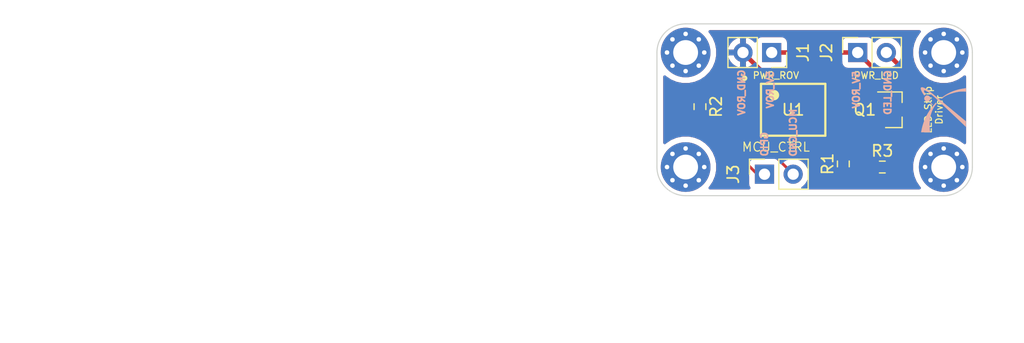
<source format=kicad_pcb>
(kicad_pcb (version 20171130) (host pcbnew "(5.1.12)-1")

  (general
    (thickness 1.6002)
    (drawings 20)
    (tracks 21)
    (zones 0)
    (modules 13)
    (nets 9)
  )

  (page A4)
  (title_block
    (title "LED strip driver PCB")
    (date 2021-11-28)
    (rev 1)
    (comment 2 "Vincent Nguyen")
  )

  (layers
    (0 Front signal)
    (31 Back signal)
    (34 B.Paste user)
    (35 F.Paste user)
    (36 B.SilkS user)
    (37 F.SilkS user)
    (38 B.Mask user)
    (39 F.Mask user)
    (44 Edge.Cuts user)
    (45 Margin user)
    (46 B.CrtYd user)
    (47 F.CrtYd user)
    (49 F.Fab user)
  )

  (setup
    (last_trace_width 0.25)
    (user_trace_width 0.1)
    (user_trace_width 0.2)
    (user_trace_width 0.4)
    (user_trace_width 0.5)
    (trace_clearance 0.25)
    (zone_clearance 0.508)
    (zone_45_only no)
    (trace_min 0.1)
    (via_size 0.8)
    (via_drill 0.4)
    (via_min_size 0.45)
    (via_min_drill 0.2)
    (user_via 0.45 0.2)
    (user_via 0.8 0.4)
    (uvia_size 0.8)
    (uvia_drill 0.4)
    (uvias_allowed no)
    (uvia_min_size 0)
    (uvia_min_drill 0)
    (edge_width 0.1)
    (segment_width 0.1)
    (pcb_text_width 0.3)
    (pcb_text_size 1.5 1.5)
    (mod_edge_width 0.1)
    (mod_text_size 0.8 0.8)
    (mod_text_width 0.1)
    (pad_size 1.524 1.524)
    (pad_drill 0.762)
    (pad_to_mask_clearance 0)
    (solder_mask_min_width 0.1)
    (aux_axis_origin 0 0)
    (visible_elements 7FFFFFFF)
    (pcbplotparams
      (layerselection 0x010fc_ffffffff)
      (usegerberextensions false)
      (usegerberattributes false)
      (usegerberadvancedattributes false)
      (creategerberjobfile false)
      (excludeedgelayer true)
      (linewidth 0.152400)
      (plotframeref false)
      (viasonmask false)
      (mode 1)
      (useauxorigin false)
      (hpglpennumber 1)
      (hpglpenspeed 20)
      (hpglpendiameter 15.000000)
      (psnegative false)
      (psa4output false)
      (plotreference true)
      (plotvalue false)
      (plotinvisibletext false)
      (padsonsilk false)
      (subtractmaskfromsilk true)
      (outputformat 1)
      (mirror false)
      (drillshape 0)
      (scaleselection 1)
      (outputdirectory "./gerbers_for_aisler"))
  )

  (net 0 "")
  (net 1 /GND_ROVER)
  (net 2 /5V_ROVER)
  (net 3 /GND_LED)
  (net 4 /GPIO)
  (net 5 /MCU_GND)
  (net 6 "Net-(Q1-Pad1)")
  (net 7 "Net-(R2-Pad1)")
  (net 8 "Net-(R3-Pad1)")

  (net_class Default "This is the default net class."
    (clearance 0.25)
    (trace_width 0.25)
    (via_dia 0.8)
    (via_drill 0.4)
    (uvia_dia 0.8)
    (uvia_drill 0.4)
    (diff_pair_width 0.25)
    (diff_pair_gap 0.25)
    (add_net /5V_ROVER)
    (add_net /GND_LED)
    (add_net /GND_ROVER)
    (add_net /GPIO)
    (add_net /MCU_GND)
    (add_net "Net-(Q1-Pad1)")
    (add_net "Net-(R2-Pad1)")
    (add_net "Net-(R3-Pad1)")
  )

  (net_class Min ""
    (clearance 0.1)
    (trace_width 0.1)
    (via_dia 0.45)
    (via_drill 0.2)
    (uvia_dia 0.45)
    (uvia_drill 0.2)
    (diff_pair_width 0.12)
    (diff_pair_gap 0.12)
  )

  (module graphics:xplore_logo_4mm locked (layer Back) (tedit 0) (tstamp 61A280B4)
    (at 180.848 86.36 180)
    (fp_text reference " " (at 0 0) (layer B.SilkS) hide
      (effects (font (size 1.524 1.524) (thickness 0.3)) (justify mirror))
    )
    (fp_text value " " (at 0.75 0) (layer B.SilkS) hide
      (effects (font (size 1.524 1.524) (thickness 0.3)) (justify mirror))
    )
    (fp_poly (pts (xy -1.975679 0.628213) (xy -1.955187 0.609038) (xy -1.926447 0.579255) (xy -1.891 0.540646)
      (xy -1.850388 0.49499) (xy -1.806153 0.444069) (xy -1.759837 0.389663) (xy -1.712982 0.333551)
      (xy -1.66713 0.277516) (xy -1.623822 0.223338) (xy -1.5846 0.172796) (xy -1.573968 0.15875)
      (xy -1.409938 -0.07278) (xy -1.262329 -0.309661) (xy -1.130185 -0.553713) (xy -1.012555 -0.806757)
      (xy -0.908483 -1.070612) (xy -0.865977 -1.192893) (xy -0.79292 -1.430508) (xy -0.732401 -1.667451)
      (xy -0.685481 -1.89945) (xy -0.675843 -1.95716) (xy -0.669691 -1.995714) (xy -1.471591 -1.995714)
      (xy -1.466103 -1.966232) (xy -1.442482 -1.812472) (xy -1.426036 -1.646368) (xy -1.416785 -1.472244)
      (xy -1.41475 -1.294429) (xy -1.419951 -1.11725) (xy -1.432406 -0.945032) (xy -1.452136 -0.782103)
      (xy -1.460436 -0.73) (xy -1.503849 -0.518508) (xy -1.560541 -0.315615) (xy -1.630049 -0.122376)
      (xy -1.711908 0.060156) (xy -1.805653 0.230928) (xy -1.910822 0.388887) (xy -2.006865 0.509987)
      (xy -2.051451 0.561866) (xy -2.022065 0.598433) (xy -2.004284 0.619167) (xy -1.990773 0.632419)
      (xy -1.986381 0.635) (xy -1.975679 0.628213)) (layer B.SilkS) (width 0.01))
    (fp_poly (pts (xy -0.704226 1.990563) (xy -0.671955 1.979377) (xy -0.660863 1.97118) (xy -0.642659 1.940393)
      (xy -0.636417 1.897348) (xy -0.641756 1.843086) (xy -0.658297 1.778648) (xy -0.68566 1.705073)
      (xy -0.723464 1.623404) (xy -0.771329 1.534679) (xy -0.828876 1.439941) (xy -0.886332 1.353709)
      (xy -0.944597 1.269596) (xy -0.988984 1.303816) (xy -1.012417 1.323348) (xy -1.028649 1.339675)
      (xy -1.033757 1.34805) (xy -1.030268 1.36001) (xy -1.020542 1.38441) (xy -1.006199 1.417337)
      (xy -0.993846 1.444298) (xy -0.960867 1.517985) (xy -0.937441 1.578011) (xy -0.923232 1.625927)
      (xy -0.917905 1.663282) (xy -0.921125 1.691628) (xy -0.932556 1.712514) (xy -0.935208 1.71535)
      (xy -0.953052 1.728117) (xy -0.974823 1.730238) (xy -0.987368 1.728472) (xy -1.035184 1.714557)
      (xy -1.094548 1.687998) (xy -1.164611 1.649397) (xy -1.244524 1.599357) (xy -1.33344 1.538479)
      (xy -1.430508 1.467366) (xy -1.53488 1.38662) (xy -1.645706 1.296844) (xy -1.762139 1.19864)
      (xy -1.882322 1.093506) (xy -1.900719 1.076737) (xy -1.93145 1.04823) (xy -1.973706 1.008752)
      (xy -2.026677 0.95907) (xy -2.089554 0.899952) (xy -2.161526 0.832165) (xy -2.241785 0.756478)
      (xy -2.329521 0.673657) (xy -2.423924 0.584471) (xy -2.524185 0.489686) (xy -2.629494 0.390071)
      (xy -2.739042 0.286392) (xy -2.852019 0.179419) (xy -2.967616 0.069917) (xy -3.085023 -0.041345)
      (xy -3.20343 -0.1536) (xy -3.322029 -0.26608) (xy -3.440009 -0.378018) (xy -3.556561 -0.488645)
      (xy -3.670875 -0.597196) (xy -3.782142 -0.702901) (xy -3.889553 -0.804993) (xy -3.992297 -0.902706)
      (xy -4.089566 -0.995271) (xy -4.180549 -1.08192) (xy -4.264438 -1.161887) (xy -4.340422 -1.234403)
      (xy -4.407692 -1.298701) (xy -4.465439 -1.354013) (xy -4.512853 -1.399573) (xy -4.549124 -1.434612)
      (xy -4.565197 -1.450261) (xy -4.6355 -1.519038) (xy -4.635055 -1.269787) (xy -4.63461 -1.020535)
      (xy -4.505788 -0.915589) (xy -4.405151 -0.833454) (xy -4.297504 -0.7453) (xy -4.1822 -0.650591)
      (xy -4.058588 -0.54879) (xy -3.92602 -0.439361) (xy -3.783848 -0.321766) (xy -3.631423 -0.195469)
      (xy -3.468097 -0.059932) (xy -3.29322 0.08538) (xy -3.106144 0.241005) (xy -2.906221 0.40748)
      (xy -2.784929 0.508546) (xy -2.66935 0.604836) (xy -2.555405 0.699693) (xy -2.444112 0.792273)
      (xy -2.336488 0.881733) (xy -2.233548 0.967231) (xy -2.136311 1.047922) (xy -2.045793 1.122965)
      (xy -1.963011 1.191517) (xy -1.888982 1.252734) (xy -1.824721 1.305773) (xy -1.771248 1.349791)
      (xy -1.729577 1.383947) (xy -1.700727 1.407395) (xy -1.698786 1.408958) (xy -1.549881 1.526892)
      (xy -1.413055 1.631443) (xy -1.28821 1.722676) (xy -1.175247 1.800655) (xy -1.074068 1.865446)
      (xy -0.984576 1.917115) (xy -0.906672 1.955727) (xy -0.840257 1.981348) (xy -0.83991 1.981457)
      (xy -0.793018 1.99188) (xy -0.746186 1.994823) (xy -0.704226 1.990563)) (layer B.SilkS) (width 0.01))
    (fp_poly (pts (xy -1.492644 0.650991) (xy -1.48484 0.647174) (xy -1.46768 0.636777) (xy -1.460501 0.629635)
      (xy -1.460501 0.629617) (xy -1.466091 0.620657) (xy -1.481221 0.601126) (xy -1.503424 0.573901)
      (xy -1.530237 0.541862) (xy -1.559194 0.507887) (xy -1.587831 0.474855) (xy -1.613683 0.445644)
      (xy -1.634285 0.423133) (xy -1.647174 0.410202) (xy -1.650064 0.408215) (xy -1.66093 0.414259)
      (xy -1.673349 0.425993) (xy -1.678983 0.433277) (xy -1.680792 0.441066) (xy -1.677376 0.451739)
      (xy -1.667336 0.467672) (xy -1.649275 0.491244) (xy -1.621792 0.524832) (xy -1.599309 0.551849)
      (xy -1.565118 0.59271) (xy -1.540378 0.621433) (xy -1.522924 0.639822) (xy -1.510592 0.649676)
      (xy -1.50122 0.652799) (xy -1.492644 0.650991)) (layer B.SilkS) (width 0.01))
    (fp_poly (pts (xy -1.170586 1.262423) (xy -1.135926 1.255883) (xy -1.10515 1.2438) (xy -1.047203 1.206795)
      (xy -1.002064 1.159616) (xy -0.970204 1.104899) (xy -0.95209 1.045281) (xy -0.948192 0.983398)
      (xy -0.958978 0.921887) (xy -0.984918 0.863386) (xy -1.02648 0.81053) (xy -1.027867 0.809163)
      (xy -1.078777 0.770151) (xy -1.137183 0.74342) (xy -1.198588 0.730331) (xy -1.258494 0.732246)
      (xy -1.272409 0.735153) (xy -1.336574 0.759323) (xy -1.390088 0.795799) (xy -1.432224 0.842096)
      (xy -1.462251 0.89573) (xy -1.479443 0.954218) (xy -1.48307 1.015075) (xy -1.472404 1.075817)
      (xy -1.446716 1.133959) (xy -1.405277 1.187017) (xy -1.405005 1.18729) (xy -1.355822 1.227734)
      (xy -1.303083 1.252508) (xy -1.242358 1.263412) (xy -1.215572 1.264293) (xy -1.170586 1.262423)) (layer B.SilkS) (width 0.01))
    (fp_poly (pts (xy -4.606018 1.910096) (xy -4.585169 1.906919) (xy -4.551338 1.901999) (xy -4.509517 1.896053)
      (xy -4.472215 1.89084) (xy -4.205799 1.846969) (xy -3.95158 1.790629) (xy -3.708016 1.721198)
      (xy -3.473563 1.638054) (xy -3.246677 1.540577) (xy -3.025817 1.428143) (xy -2.809438 1.300132)
      (xy -2.595998 1.155923) (xy -2.532176 1.109309) (xy -2.429101 1.032732) (xy -2.454498 1.006223)
      (xy -2.470463 0.989794) (xy -2.479648 0.980795) (xy -2.480466 0.980187) (xy -2.487308 0.985642)
      (xy -2.505242 0.999923) (xy -2.531165 1.02056) (xy -2.549072 1.034815) (xy -2.658701 1.116813)
      (xy -2.771875 1.190561) (xy -2.891574 1.257616) (xy -3.02078 1.319536) (xy -3.162474 1.377878)
      (xy -3.302 1.428226) (xy -3.531586 1.499799) (xy -3.754376 1.555702) (xy -3.969713 1.595781)
      (xy -4.077552 1.610206) (xy -4.129876 1.614915) (xy -4.193528 1.618578) (xy -4.264351 1.621152)
      (xy -4.338191 1.62259) (xy -4.410889 1.622846) (xy -4.478289 1.621876) (xy -4.536236 1.619634)
      (xy -4.580572 1.616074) (xy -4.58334 1.615739) (xy -4.6355 1.609223) (xy -4.6355 1.914894)
      (xy -4.606018 1.910096)) (layer B.SilkS) (width 0.01))
  )

  (module MountingHole:MountingHole_2.2mm_M2_Pad_Via (layer Front) (tedit 56DDB9C7) (tstamp 61AEB217)
    (at 160.655 81.28)
    (descr "Mounting Hole 2.2mm, M2")
    (tags "mounting hole 2.2mm m2")
    (path /61AF3D0D)
    (attr virtual)
    (fp_text reference H1 (at 0 0) (layer F.SilkS) hide
      (effects (font (size 1 1) (thickness 0.15)))
    )
    (fp_text value " " (at 0 3.2) (layer F.Fab) hide
      (effects (font (size 1 1) (thickness 0.15)))
    )
    (fp_circle (center 0 0) (end 2.45 0) (layer F.CrtYd) (width 0.05))
    (fp_circle (center 0 0) (end 2.2 0) (layer Cmts.User) (width 0.15))
    (fp_text user %R (at 0.3 0) (layer F.Fab)
      (effects (font (size 1 1) (thickness 0.15)))
    )
    (pad 1 thru_hole circle (at 0 0) (size 4.4 4.4) (drill 2.2) (layers *.Cu *.Mask))
    (pad 1 thru_hole circle (at 1.65 0) (size 0.7 0.7) (drill 0.4) (layers *.Cu *.Mask))
    (pad 1 thru_hole circle (at 1.166726 1.166726) (size 0.7 0.7) (drill 0.4) (layers *.Cu *.Mask))
    (pad 1 thru_hole circle (at 0 1.65) (size 0.7 0.7) (drill 0.4) (layers *.Cu *.Mask))
    (pad 1 thru_hole circle (at -1.166726 1.166726) (size 0.7 0.7) (drill 0.4) (layers *.Cu *.Mask))
    (pad 1 thru_hole circle (at -1.65 0) (size 0.7 0.7) (drill 0.4) (layers *.Cu *.Mask))
    (pad 1 thru_hole circle (at -1.166726 -1.166726) (size 0.7 0.7) (drill 0.4) (layers *.Cu *.Mask))
    (pad 1 thru_hole circle (at 0 -1.65) (size 0.7 0.7) (drill 0.4) (layers *.Cu *.Mask))
    (pad 1 thru_hole circle (at 1.166726 -1.166726) (size 0.7 0.7) (drill 0.4) (layers *.Cu *.Mask))
  )

  (module MountingHole:MountingHole_2.2mm_M2_Pad_Via (layer Front) (tedit 56DDB9C7) (tstamp 61AEB227)
    (at 160.655 91.44)
    (descr "Mounting Hole 2.2mm, M2")
    (tags "mounting hole 2.2mm m2")
    (path /61AF4647)
    (attr virtual)
    (fp_text reference H2 (at 0 0) (layer F.SilkS) hide
      (effects (font (size 1 1) (thickness 0.15)))
    )
    (fp_text value " " (at 0 3.2) (layer F.Fab) hide
      (effects (font (size 1 1) (thickness 0.15)))
    )
    (fp_circle (center 0 0) (end 2.2 0) (layer Cmts.User) (width 0.15))
    (fp_circle (center 0 0) (end 2.45 0) (layer F.CrtYd) (width 0.05))
    (fp_text user %R (at 0.3 0) (layer F.Fab)
      (effects (font (size 1 1) (thickness 0.15)))
    )
    (pad 1 thru_hole circle (at 1.166726 -1.166726) (size 0.7 0.7) (drill 0.4) (layers *.Cu *.Mask))
    (pad 1 thru_hole circle (at 0 -1.65) (size 0.7 0.7) (drill 0.4) (layers *.Cu *.Mask))
    (pad 1 thru_hole circle (at -1.166726 -1.166726) (size 0.7 0.7) (drill 0.4) (layers *.Cu *.Mask))
    (pad 1 thru_hole circle (at -1.65 0) (size 0.7 0.7) (drill 0.4) (layers *.Cu *.Mask))
    (pad 1 thru_hole circle (at -1.166726 1.166726) (size 0.7 0.7) (drill 0.4) (layers *.Cu *.Mask))
    (pad 1 thru_hole circle (at 0 1.65) (size 0.7 0.7) (drill 0.4) (layers *.Cu *.Mask))
    (pad 1 thru_hole circle (at 1.166726 1.166726) (size 0.7 0.7) (drill 0.4) (layers *.Cu *.Mask))
    (pad 1 thru_hole circle (at 1.65 0) (size 0.7 0.7) (drill 0.4) (layers *.Cu *.Mask))
    (pad 1 thru_hole circle (at 0 0) (size 4.4 4.4) (drill 2.2) (layers *.Cu *.Mask))
  )

  (module MountingHole:MountingHole_2.2mm_M2_Pad_Via (layer Front) (tedit 56DDB9C7) (tstamp 61AECB6A)
    (at 183.515 81.28)
    (descr "Mounting Hole 2.2mm, M2")
    (tags "mounting hole 2.2mm m2")
    (path /61AF4C07)
    (attr virtual)
    (fp_text reference H3 (at 0 0) (layer F.SilkS) hide
      (effects (font (size 1 1) (thickness 0.15)))
    )
    (fp_text value " " (at 0 3.2) (layer F.Fab) hide
      (effects (font (size 1 1) (thickness 0.15)))
    )
    (fp_circle (center 0 0) (end 2.45 0) (layer F.CrtYd) (width 0.05))
    (fp_circle (center 0 0) (end 2.2 0) (layer Cmts.User) (width 0.15))
    (fp_text user %R (at 0.3 0) (layer F.Fab)
      (effects (font (size 1 1) (thickness 0.15)))
    )
    (pad 1 thru_hole circle (at 0 0) (size 4.4 4.4) (drill 2.2) (layers *.Cu *.Mask))
    (pad 1 thru_hole circle (at 1.65 0) (size 0.7 0.7) (drill 0.4) (layers *.Cu *.Mask))
    (pad 1 thru_hole circle (at 1.166726 1.166726) (size 0.7 0.7) (drill 0.4) (layers *.Cu *.Mask))
    (pad 1 thru_hole circle (at 0 1.65) (size 0.7 0.7) (drill 0.4) (layers *.Cu *.Mask))
    (pad 1 thru_hole circle (at -1.166726 1.166726) (size 0.7 0.7) (drill 0.4) (layers *.Cu *.Mask))
    (pad 1 thru_hole circle (at -1.65 0) (size 0.7 0.7) (drill 0.4) (layers *.Cu *.Mask))
    (pad 1 thru_hole circle (at -1.166726 -1.166726) (size 0.7 0.7) (drill 0.4) (layers *.Cu *.Mask))
    (pad 1 thru_hole circle (at 0 -1.65) (size 0.7 0.7) (drill 0.4) (layers *.Cu *.Mask))
    (pad 1 thru_hole circle (at 1.166726 -1.166726) (size 0.7 0.7) (drill 0.4) (layers *.Cu *.Mask))
  )

  (module MountingHole:MountingHole_2.2mm_M2_Pad_Via (layer Front) (tedit 56DDB9C7) (tstamp 61AECB3D)
    (at 183.515 91.44)
    (descr "Mounting Hole 2.2mm, M2")
    (tags "mounting hole 2.2mm m2")
    (path /61AF5190)
    (attr virtual)
    (fp_text reference H4 (at 0 0) (layer F.SilkS) hide
      (effects (font (size 1 1) (thickness 0.15)))
    )
    (fp_text value " " (at 0 3.2) (layer F.Fab) hide
      (effects (font (size 1 1) (thickness 0.15)))
    )
    (fp_circle (center 0 0) (end 2.2 0) (layer Cmts.User) (width 0.15))
    (fp_circle (center 0 0) (end 2.45 0) (layer F.CrtYd) (width 0.05))
    (fp_text user %R (at 0.3 0) (layer F.Fab)
      (effects (font (size 1 1) (thickness 0.15)))
    )
    (pad 1 thru_hole circle (at 1.166726 -1.166726) (size 0.7 0.7) (drill 0.4) (layers *.Cu *.Mask))
    (pad 1 thru_hole circle (at 0 -1.65) (size 0.7 0.7) (drill 0.4) (layers *.Cu *.Mask))
    (pad 1 thru_hole circle (at -1.166726 -1.166726) (size 0.7 0.7) (drill 0.4) (layers *.Cu *.Mask))
    (pad 1 thru_hole circle (at -1.65 0) (size 0.7 0.7) (drill 0.4) (layers *.Cu *.Mask))
    (pad 1 thru_hole circle (at -1.166726 1.166726) (size 0.7 0.7) (drill 0.4) (layers *.Cu *.Mask))
    (pad 1 thru_hole circle (at 0 1.65) (size 0.7 0.7) (drill 0.4) (layers *.Cu *.Mask))
    (pad 1 thru_hole circle (at 1.166726 1.166726) (size 0.7 0.7) (drill 0.4) (layers *.Cu *.Mask))
    (pad 1 thru_hole circle (at 1.65 0) (size 0.7 0.7) (drill 0.4) (layers *.Cu *.Mask))
    (pad 1 thru_hole circle (at 0 0) (size 4.4 4.4) (drill 2.2) (layers *.Cu *.Mask))
  )

  (module Connector_PinSocket_2.54mm:PinSocket_1x02_P2.54mm_Vertical (layer Front) (tedit 5A19A420) (tstamp 61AED60E)
    (at 168.275 81.28 270)
    (descr "Through hole straight socket strip, 1x02, 2.54mm pitch, single row (from Kicad 4.0.7), script generated")
    (tags "Through hole socket strip THT 1x02 2.54mm single row")
    (path /61AE7EE3)
    (fp_text reference J1 (at 0 -2.77 90) (layer F.SilkS)
      (effects (font (size 1 1) (thickness 0.15)))
    )
    (fp_text value 1x2_2.54mm_PTH_PWR (at -3.81 6.35 180) (layer F.Fab)
      (effects (font (size 1 1) (thickness 0.15)))
    )
    (fp_line (start -1.27 -1.27) (end 0.635 -1.27) (layer F.Fab) (width 0.1))
    (fp_line (start 0.635 -1.27) (end 1.27 -0.635) (layer F.Fab) (width 0.1))
    (fp_line (start 1.27 -0.635) (end 1.27 3.81) (layer F.Fab) (width 0.1))
    (fp_line (start 1.27 3.81) (end -1.27 3.81) (layer F.Fab) (width 0.1))
    (fp_line (start -1.27 3.81) (end -1.27 -1.27) (layer F.Fab) (width 0.1))
    (fp_line (start -1.33 1.27) (end 1.33 1.27) (layer F.SilkS) (width 0.12))
    (fp_line (start -1.33 1.27) (end -1.33 3.87) (layer F.SilkS) (width 0.12))
    (fp_line (start -1.33 3.87) (end 1.33 3.87) (layer F.SilkS) (width 0.12))
    (fp_line (start 1.33 1.27) (end 1.33 3.87) (layer F.SilkS) (width 0.12))
    (fp_line (start 1.33 -1.33) (end 1.33 0) (layer F.SilkS) (width 0.12))
    (fp_line (start 0 -1.33) (end 1.33 -1.33) (layer F.SilkS) (width 0.12))
    (fp_line (start -1.8 -1.8) (end 1.75 -1.8) (layer F.CrtYd) (width 0.05))
    (fp_line (start 1.75 -1.8) (end 1.75 4.3) (layer F.CrtYd) (width 0.05))
    (fp_line (start 1.75 4.3) (end -1.8 4.3) (layer F.CrtYd) (width 0.05))
    (fp_line (start -1.8 4.3) (end -1.8 -1.8) (layer F.CrtYd) (width 0.05))
    (fp_text user %R (at 0 1.27) (layer F.Fab)
      (effects (font (size 1 1) (thickness 0.15)))
    )
    (pad 2 thru_hole oval (at 0 2.54 270) (size 1.7 1.7) (drill 1) (layers *.Cu *.Mask)
      (net 1 /GND_ROVER))
    (pad 1 thru_hole rect (at 0 0 270) (size 1.7 1.7) (drill 1) (layers *.Cu *.Mask)
      (net 2 /5V_ROVER))
  )

  (module Connector_PinSocket_2.54mm:PinSocket_1x02_P2.54mm_Vertical (layer Front) (tedit 5A19A420) (tstamp 61AECB04)
    (at 175.895 81.28 90)
    (descr "Through hole straight socket strip, 1x02, 2.54mm pitch, single row (from Kicad 4.0.7), script generated")
    (tags "Through hole socket strip THT 1x02 2.54mm single row")
    (path /61AE6BCD)
    (fp_text reference J2 (at 0 -2.77 90) (layer F.SilkS)
      (effects (font (size 1 1) (thickness 0.15)))
    )
    (fp_text value 1x2_2.54mm_PTH_LED (at 3.81 6.35 180) (layer F.Fab)
      (effects (font (size 1 1) (thickness 0.15)))
    )
    (fp_line (start -1.27 -1.27) (end 0.635 -1.27) (layer F.Fab) (width 0.1))
    (fp_line (start 0.635 -1.27) (end 1.27 -0.635) (layer F.Fab) (width 0.1))
    (fp_line (start 1.27 -0.635) (end 1.27 3.81) (layer F.Fab) (width 0.1))
    (fp_line (start 1.27 3.81) (end -1.27 3.81) (layer F.Fab) (width 0.1))
    (fp_line (start -1.27 3.81) (end -1.27 -1.27) (layer F.Fab) (width 0.1))
    (fp_line (start -1.33 1.27) (end 1.33 1.27) (layer F.SilkS) (width 0.12))
    (fp_line (start -1.33 1.27) (end -1.33 3.87) (layer F.SilkS) (width 0.12))
    (fp_line (start -1.33 3.87) (end 1.33 3.87) (layer F.SilkS) (width 0.12))
    (fp_line (start 1.33 1.27) (end 1.33 3.87) (layer F.SilkS) (width 0.12))
    (fp_line (start 1.33 -1.33) (end 1.33 0) (layer F.SilkS) (width 0.12))
    (fp_line (start 0 -1.33) (end 1.33 -1.33) (layer F.SilkS) (width 0.12))
    (fp_line (start -1.8 -1.8) (end 1.75 -1.8) (layer F.CrtYd) (width 0.05))
    (fp_line (start 1.75 -1.8) (end 1.75 4.3) (layer F.CrtYd) (width 0.05))
    (fp_line (start 1.75 4.3) (end -1.8 4.3) (layer F.CrtYd) (width 0.05))
    (fp_line (start -1.8 4.3) (end -1.8 -1.8) (layer F.CrtYd) (width 0.05))
    (fp_text user %R (at 0 1.27) (layer F.Fab)
      (effects (font (size 1 1) (thickness 0.15)))
    )
    (pad 2 thru_hole oval (at 0 2.54 90) (size 1.7 1.7) (drill 1) (layers *.Cu *.Mask)
      (net 3 /GND_LED))
    (pad 1 thru_hole rect (at 0 0 90) (size 1.7 1.7) (drill 1) (layers *.Cu *.Mask)
      (net 2 /5V_ROVER))
  )

  (module Connector_PinSocket_2.54mm:PinSocket_1x02_P2.54mm_Vertical (layer Front) (tedit 5A19A420) (tstamp 61AEE100)
    (at 167.64 92.075 90)
    (descr "Through hole straight socket strip, 1x02, 2.54mm pitch, single row (from Kicad 4.0.7), script generated")
    (tags "Through hole socket strip THT 1x02 2.54mm single row")
    (path /61AEA24F)
    (fp_text reference J3 (at 0 -2.77 90) (layer F.SilkS)
      (effects (font (size 1 1) (thickness 0.15)))
    )
    (fp_text value 1x2_2.54mm_PTH_CTRL (at -3.175 0.635 180) (layer F.Fab)
      (effects (font (size 1 1) (thickness 0.15)))
    )
    (fp_line (start -1.8 4.3) (end -1.8 -1.8) (layer F.CrtYd) (width 0.05))
    (fp_line (start 1.75 4.3) (end -1.8 4.3) (layer F.CrtYd) (width 0.05))
    (fp_line (start 1.75 -1.8) (end 1.75 4.3) (layer F.CrtYd) (width 0.05))
    (fp_line (start -1.8 -1.8) (end 1.75 -1.8) (layer F.CrtYd) (width 0.05))
    (fp_line (start 0 -1.33) (end 1.33 -1.33) (layer F.SilkS) (width 0.12))
    (fp_line (start 1.33 -1.33) (end 1.33 0) (layer F.SilkS) (width 0.12))
    (fp_line (start 1.33 1.27) (end 1.33 3.87) (layer F.SilkS) (width 0.12))
    (fp_line (start -1.33 3.87) (end 1.33 3.87) (layer F.SilkS) (width 0.12))
    (fp_line (start -1.33 1.27) (end -1.33 3.87) (layer F.SilkS) (width 0.12))
    (fp_line (start -1.33 1.27) (end 1.33 1.27) (layer F.SilkS) (width 0.12))
    (fp_line (start -1.27 3.81) (end -1.27 -1.27) (layer F.Fab) (width 0.1))
    (fp_line (start 1.27 3.81) (end -1.27 3.81) (layer F.Fab) (width 0.1))
    (fp_line (start 1.27 -0.635) (end 1.27 3.81) (layer F.Fab) (width 0.1))
    (fp_line (start 0.635 -1.27) (end 1.27 -0.635) (layer F.Fab) (width 0.1))
    (fp_line (start -1.27 -1.27) (end 0.635 -1.27) (layer F.Fab) (width 0.1))
    (fp_text user %R (at 0 1.27) (layer F.Fab)
      (effects (font (size 1 1) (thickness 0.15)))
    )
    (pad 1 thru_hole rect (at 0 0 90) (size 1.7 1.7) (drill 1) (layers *.Cu *.Mask)
      (net 4 /GPIO))
    (pad 2 thru_hole oval (at 0 2.54 90) (size 1.7 1.7) (drill 1) (layers *.Cu *.Mask)
      (net 5 /MCU_GND))
  )

  (module Package_TO_SOT_SMD:SOT-23 (layer Front) (tedit 5A02FF57) (tstamp 61AECB9C)
    (at 179.07 86.36)
    (descr "SOT-23, Standard")
    (tags SOT-23)
    (path /61AF1A75)
    (attr smd)
    (fp_text reference Q1 (at -2.54 0) (layer F.SilkS)
      (effects (font (size 1 1) (thickness 0.15)))
    )
    (fp_text value DMN3024LK3 (at 2.54 0 90) (layer F.Fab)
      (effects (font (size 1 1) (thickness 0.15)))
    )
    (fp_line (start 0.76 1.58) (end -0.7 1.58) (layer F.SilkS) (width 0.12))
    (fp_line (start 0.76 -1.58) (end -1.4 -1.58) (layer F.SilkS) (width 0.12))
    (fp_line (start -1.7 1.75) (end -1.7 -1.75) (layer F.CrtYd) (width 0.05))
    (fp_line (start 1.7 1.75) (end -1.7 1.75) (layer F.CrtYd) (width 0.05))
    (fp_line (start 1.7 -1.75) (end 1.7 1.75) (layer F.CrtYd) (width 0.05))
    (fp_line (start -1.7 -1.75) (end 1.7 -1.75) (layer F.CrtYd) (width 0.05))
    (fp_line (start 0.76 -1.58) (end 0.76 -0.65) (layer F.SilkS) (width 0.12))
    (fp_line (start 0.76 1.58) (end 0.76 0.65) (layer F.SilkS) (width 0.12))
    (fp_line (start -0.7 1.52) (end 0.7 1.52) (layer F.Fab) (width 0.1))
    (fp_line (start 0.7 -1.52) (end 0.7 1.52) (layer F.Fab) (width 0.1))
    (fp_line (start -0.7 -0.95) (end -0.15 -1.52) (layer F.Fab) (width 0.1))
    (fp_line (start -0.15 -1.52) (end 0.7 -1.52) (layer F.Fab) (width 0.1))
    (fp_line (start -0.7 -0.95) (end -0.7 1.5) (layer F.Fab) (width 0.1))
    (fp_text user %R (at 0 0 90) (layer F.Fab)
      (effects (font (size 0.5 0.5) (thickness 0.075)))
    )
    (pad 1 smd rect (at -1 -0.95) (size 0.9 0.8) (layers Front F.Paste F.Mask)
      (net 6 "Net-(Q1-Pad1)"))
    (pad 2 smd rect (at -1 0.95) (size 0.9 0.8) (layers Front F.Paste F.Mask)
      (net 1 /GND_ROVER))
    (pad 3 smd rect (at 1 0) (size 0.9 0.8) (layers Front F.Paste F.Mask)
      (net 3 /GND_LED))
    (model ${KISYS3DMOD}/Package_TO_SOT_SMD.3dshapes/SOT-23.wrl
      (at (xyz 0 0 0))
      (scale (xyz 1 1 1))
      (rotate (xyz 0 0 0))
    )
  )

  (module Resistor_SMD:R_0603_1608Metric_Pad0.98x0.95mm_HandSolder (layer Front) (tedit 5F68FEEE) (tstamp 61AECF95)
    (at 174.625 91.1625 270)
    (descr "Resistor SMD 0603 (1608 Metric), square (rectangular) end terminal, IPC_7351 nominal with elongated pad for handsoldering. (Body size source: IPC-SM-782 page 72, https://www.pcb-3d.com/wordpress/wp-content/uploads/ipc-sm-782a_amendment_1_and_2.pdf), generated with kicad-footprint-generator")
    (tags "resistor handsolder")
    (path /61A43B29)
    (attr smd)
    (fp_text reference R1 (at 0 1.397 90) (layer F.SilkS)
      (effects (font (size 1 1) (thickness 0.15)))
    )
    (fp_text value 4.7k (at 0 -1.143 90) (layer F.Fab)
      (effects (font (size 1 1) (thickness 0.15)))
    )
    (fp_line (start 1.65 0.73) (end -1.65 0.73) (layer F.CrtYd) (width 0.05))
    (fp_line (start 1.65 -0.73) (end 1.65 0.73) (layer F.CrtYd) (width 0.05))
    (fp_line (start -1.65 -0.73) (end 1.65 -0.73) (layer F.CrtYd) (width 0.05))
    (fp_line (start -1.65 0.73) (end -1.65 -0.73) (layer F.CrtYd) (width 0.05))
    (fp_line (start -0.254724 0.5225) (end 0.254724 0.5225) (layer F.SilkS) (width 0.12))
    (fp_line (start -0.254724 -0.5225) (end 0.254724 -0.5225) (layer F.SilkS) (width 0.12))
    (fp_line (start 0.8 0.4125) (end -0.8 0.4125) (layer F.Fab) (width 0.1))
    (fp_line (start 0.8 -0.4125) (end 0.8 0.4125) (layer F.Fab) (width 0.1))
    (fp_line (start -0.8 -0.4125) (end 0.8 -0.4125) (layer F.Fab) (width 0.1))
    (fp_line (start -0.8 0.4125) (end -0.8 -0.4125) (layer F.Fab) (width 0.1))
    (fp_text user %R (at 0 0 90) (layer F.Fab)
      (effects (font (size 0.4 0.4) (thickness 0.06)))
    )
    (pad 1 smd roundrect (at -0.9125 0 270) (size 0.975 0.95) (layers Front F.Paste F.Mask) (roundrect_rratio 0.25)
      (net 6 "Net-(Q1-Pad1)"))
    (pad 2 smd roundrect (at 0.9125 0 270) (size 0.975 0.95) (layers Front F.Paste F.Mask) (roundrect_rratio 0.25)
      (net 1 /GND_ROVER))
    (model ${KISYS3DMOD}/Resistor_SMD.3dshapes/R_0603_1608Metric.wrl
      (at (xyz 0 0 0))
      (scale (xyz 1 1 1))
      (rotate (xyz 0 0 0))
    )
  )

  (module Resistor_SMD:R_0603_1608Metric_Pad0.98x0.95mm_HandSolder (layer Front) (tedit 5F68FEEE) (tstamp 61AEBCF8)
    (at 161.925 86.0825 270)
    (descr "Resistor SMD 0603 (1608 Metric), square (rectangular) end terminal, IPC_7351 nominal with elongated pad for handsoldering. (Body size source: IPC-SM-782 page 72, https://www.pcb-3d.com/wordpress/wp-content/uploads/ipc-sm-782a_amendment_1_and_2.pdf), generated with kicad-footprint-generator")
    (tags "resistor handsolder")
    (path /61AE5C16)
    (attr smd)
    (fp_text reference R2 (at 0 -1.43 90) (layer F.SilkS)
      (effects (font (size 1 1) (thickness 0.15)))
    )
    (fp_text value 110 (at 0 1.43 90) (layer F.Fab)
      (effects (font (size 1 1) (thickness 0.15)))
    )
    (fp_line (start 1.65 0.73) (end -1.65 0.73) (layer F.CrtYd) (width 0.05))
    (fp_line (start 1.65 -0.73) (end 1.65 0.73) (layer F.CrtYd) (width 0.05))
    (fp_line (start -1.65 -0.73) (end 1.65 -0.73) (layer F.CrtYd) (width 0.05))
    (fp_line (start -1.65 0.73) (end -1.65 -0.73) (layer F.CrtYd) (width 0.05))
    (fp_line (start -0.254724 0.5225) (end 0.254724 0.5225) (layer F.SilkS) (width 0.12))
    (fp_line (start -0.254724 -0.5225) (end 0.254724 -0.5225) (layer F.SilkS) (width 0.12))
    (fp_line (start 0.8 0.4125) (end -0.8 0.4125) (layer F.Fab) (width 0.1))
    (fp_line (start 0.8 -0.4125) (end 0.8 0.4125) (layer F.Fab) (width 0.1))
    (fp_line (start -0.8 -0.4125) (end 0.8 -0.4125) (layer F.Fab) (width 0.1))
    (fp_line (start -0.8 0.4125) (end -0.8 -0.4125) (layer F.Fab) (width 0.1))
    (fp_text user %R (at 0 0 90) (layer F.Fab)
      (effects (font (size 0.4 0.4) (thickness 0.06)))
    )
    (pad 1 smd roundrect (at -0.9125 0 270) (size 0.975 0.95) (layers Front F.Paste F.Mask) (roundrect_rratio 0.25)
      (net 7 "Net-(R2-Pad1)"))
    (pad 2 smd roundrect (at 0.9125 0 270) (size 0.975 0.95) (layers Front F.Paste F.Mask) (roundrect_rratio 0.25)
      (net 4 /GPIO))
    (model ${KISYS3DMOD}/Resistor_SMD.3dshapes/R_0603_1608Metric.wrl
      (at (xyz 0 0 0))
      (scale (xyz 1 1 1))
      (rotate (xyz 0 0 0))
    )
  )

  (module Resistor_SMD:R_0603_1608Metric_Pad0.98x0.95mm_HandSolder (layer Front) (tedit 5F68FEEE) (tstamp 61AED36D)
    (at 178.0775 91.44)
    (descr "Resistor SMD 0603 (1608 Metric), square (rectangular) end terminal, IPC_7351 nominal with elongated pad for handsoldering. (Body size source: IPC-SM-782 page 72, https://www.pcb-3d.com/wordpress/wp-content/uploads/ipc-sm-782a_amendment_1_and_2.pdf), generated with kicad-footprint-generator")
    (tags "resistor handsolder")
    (path /61AE3FF9)
    (attr smd)
    (fp_text reference R3 (at 0 -1.43) (layer F.SilkS)
      (effects (font (size 1 1) (thickness 0.15)))
    )
    (fp_text value 200 (at 0 1.43) (layer F.Fab)
      (effects (font (size 1 1) (thickness 0.15)))
    )
    (fp_line (start -0.8 0.4125) (end -0.8 -0.4125) (layer F.Fab) (width 0.1))
    (fp_line (start -0.8 -0.4125) (end 0.8 -0.4125) (layer F.Fab) (width 0.1))
    (fp_line (start 0.8 -0.4125) (end 0.8 0.4125) (layer F.Fab) (width 0.1))
    (fp_line (start 0.8 0.4125) (end -0.8 0.4125) (layer F.Fab) (width 0.1))
    (fp_line (start -0.254724 -0.5225) (end 0.254724 -0.5225) (layer F.SilkS) (width 0.12))
    (fp_line (start -0.254724 0.5225) (end 0.254724 0.5225) (layer F.SilkS) (width 0.12))
    (fp_line (start -1.65 0.73) (end -1.65 -0.73) (layer F.CrtYd) (width 0.05))
    (fp_line (start -1.65 -0.73) (end 1.65 -0.73) (layer F.CrtYd) (width 0.05))
    (fp_line (start 1.65 -0.73) (end 1.65 0.73) (layer F.CrtYd) (width 0.05))
    (fp_line (start 1.65 0.73) (end -1.65 0.73) (layer F.CrtYd) (width 0.05))
    (fp_text user %R (at 0 0) (layer F.Fab)
      (effects (font (size 0.4 0.4) (thickness 0.06)))
    )
    (pad 2 smd roundrect (at 0.9125 0) (size 0.975 0.95) (layers Front F.Paste F.Mask) (roundrect_rratio 0.25)
      (net 2 /5V_ROVER))
    (pad 1 smd roundrect (at -0.9125 0) (size 0.975 0.95) (layers Front F.Paste F.Mask) (roundrect_rratio 0.25)
      (net 8 "Net-(R3-Pad1)"))
    (model ${KISYS3DMOD}/Resistor_SMD.3dshapes/R_0603_1608Metric.wrl
      (at (xyz 0 0 0))
      (scale (xyz 1 1 1))
      (rotate (xyz 0 0 0))
    )
  )

  (module PC817X2NIP0F:SOT254P975X400-4N (layer Front) (tedit 61AE3593) (tstamp 61AEB2E5)
    (at 170.18 86.36)
    (path /61AE2376)
    (fp_text reference U1 (at 0 0) (layer F.SilkS)
      (effects (font (size 1.001874 1.001874) (thickness 0.15)))
    )
    (fp_text value PC817XNNIP1B (at 0 0) (layer F.Fab)
      (effects (font (size 1.00037 1.00037) (thickness 0.15)))
    )
    (fp_circle (center -4.3 -2.8) (end -4.158581 -2.8) (layer F.SilkS) (width 0.2))
    (fp_poly (pts (xy -2.00136 -1.6) (xy -1.4 -1.6) (xy -1.4 -1.00068) (xy -2.00136 -1.00068)) (layer F.SilkS) (width 0.01))
    (fp_circle (center -1.7 -1.3) (end -1.339447 -1.3) (layer F.SilkS) (width 0.2))
    (fp_line (start -5.65 2.8) (end -5.65 -2.8) (layer F.CrtYd) (width 0.052))
    (fp_line (start 5.65 2.8) (end -5.65 2.8) (layer F.CrtYd) (width 0.052))
    (fp_line (start 5.65 -2.8) (end 5.65 2.8) (layer F.CrtYd) (width 0.052))
    (fp_line (start -5.65 -2.8) (end 5.65 -2.8) (layer F.CrtYd) (width 0.052))
    (fp_line (start -2.85 2.3) (end -2.85 -2.3) (layer F.SilkS) (width 0.2))
    (fp_line (start 2.85 2.3) (end -2.85 2.3) (layer F.SilkS) (width 0.2))
    (fp_line (start 2.85 -2.3) (end 2.85 2.3) (layer F.SilkS) (width 0.2))
    (fp_line (start -2.85 -2.3) (end 2.85 -2.3) (layer F.SilkS) (width 0.2))
    (fp_text user Name (at -0.26017 -3.737435) (layer Dwgs.User)
      (effects (font (size 1.000654 1.000654) (thickness 0.15)))
    )
    (pad 1 smd oval (at -4.25 -1.27) (size 2.25 1.6) (layers Front F.Paste F.Mask)
      (net 7 "Net-(R2-Pad1)"))
    (pad 2 smd oval (at -4.25 1.27) (size 2.25 1.6) (layers Front F.Paste F.Mask)
      (net 5 /MCU_GND))
    (pad 3 smd oval (at 4.25 1.27) (size 2.25 1.6) (layers Front F.Paste F.Mask)
      (net 6 "Net-(Q1-Pad1)"))
    (pad 4 smd oval (at 4.25 -1.27) (size 2.25 1.6) (layers Front F.Paste F.Mask)
      (net 8 "Net-(R3-Pad1)"))
    (model C:/Users/41786/Documents/KiCad/Xplore_KiCad/lib/Xplore/PC817X2NIP0F.pretty/PC817X2NIP0F.step
      (at (xyz 0 0 0))
      (scale (xyz 1 1 1))
      (rotate (xyz -90 0 0))
    )
  )

  (gr_text "LED Strip\nDriver" (at 182.626 86.36 90) (layer F.SilkS)
    (effects (font (size 0.6 0.6) (thickness 0.1)))
  )
  (gr_text MCU_CTRL (at 168.656 89.662) (layer F.SilkS)
    (effects (font (size 0.8 0.8) (thickness 0.1)))
  )
  (gr_text PWR_LED (at 177.546 83.312) (layer F.SilkS)
    (effects (font (size 0.6 0.6) (thickness 0.1)))
  )
  (gr_text PWR_ROV (at 168.656 83.312) (layer F.SilkS)
    (effects (font (size 0.6 0.6) (thickness 0.1)))
  )
  (gr_text GND_LED (at 178.562 84.836 90) (layer B.SilkS) (tstamp 61AEE77C)
    (effects (font (size 0.6 0.6) (thickness 0.15)) (justify mirror))
  )
  (gr_text 5V_ROV (at 175.768 84.582 90) (layer B.SilkS) (tstamp 61AEE77C)
    (effects (font (size 0.6 0.6) (thickness 0.15)) (justify mirror))
  )
  (gr_text 5V_ROV (at 168.148 84.582 90) (layer B.SilkS) (tstamp 61AEE776)
    (effects (font (size 0.6 0.6) (thickness 0.15)) (justify mirror))
  )
  (gr_text GND_ROV (at 165.608 84.836 90) (layer B.SilkS) (tstamp 61AEE783)
    (effects (font (size 0.6 0.6) (thickness 0.15)) (justify mirror))
  )
  (gr_text MCU_GND (at 170.18 88.392 90) (layer B.SilkS) (tstamp 61AEE5F4)
    (effects (font (size 0.6 0.6) (thickness 0.15)) (justify mirror))
  )
  (gr_text GPIO (at 167.64 89.408 90) (layer B.SilkS)
    (effects (font (size 0.6 0.6) (thickness 0.15)) (justify mirror))
  )
  (gr_arc (start 160.655 91.44) (end 158.115 91.44) (angle -90) (layer Edge.Cuts) (width 0.1))
  (gr_arc (start 183.515 81.28) (end 186.055 81.28) (angle -90) (layer Edge.Cuts) (width 0.1))
  (gr_arc (start 183.515 91.44) (end 183.515 93.98) (angle -90) (layer Edge.Cuts) (width 0.1))
  (gr_arc (start 160.655 81.28) (end 160.655 78.74) (angle -90) (layer Edge.Cuts) (width 0.1))
  (gr_line (start 158.115 91.44) (end 158.115 81.28) (layer Edge.Cuts) (width 0.1))
  (gr_line (start 183.515 93.98) (end 160.655 93.98) (layer Edge.Cuts) (width 0.1))
  (gr_line (start 186.055 81.28) (end 186.055 91.44) (layer Edge.Cuts) (width 0.1))
  (gr_line (start 160.655 78.74) (end 183.515 78.74) (layer Edge.Cuts) (width 0.1))
  (gr_line (start 124 93) (end 120 107) (layer Cmts.User) (width 0.1524))
  (gr_line (start 100 100) (end 124 93) (layer Cmts.User) (width 0.1524))

  (segment (start 178.07 88.63) (end 178.07 87.31) (width 0.4) (layer Front) (net 1))
  (segment (start 174.625 92.075) (end 178.07 88.63) (width 0.4) (layer Front) (net 1))
  (segment (start 173.69999 89.24499) (end 165.735 81.28) (width 0.4) (layer Front) (net 1))
  (segment (start 173.69999 91.14999) (end 173.69999 89.24499) (width 0.4) (layer Front) (net 1))
  (segment (start 174.625 92.075) (end 173.69999 91.14999) (width 0.4) (layer Front) (net 1))
  (segment (start 168.275 81.28) (end 175.895 81.28) (width 0.4) (layer Front) (net 2))
  (segment (start 178.970001 91.420001) (end 178.99 91.44) (width 0.4) (layer Front) (net 2))
  (segment (start 178.970001 84.355001) (end 178.970001 91.420001) (width 0.4) (layer Front) (net 2))
  (segment (start 175.895 81.28) (end 178.970001 84.355001) (width 0.4) (layer Front) (net 2))
  (segment (start 180.07 82.915) (end 180.07 86.36) (width 0.4) (layer Front) (net 3))
  (segment (start 178.435 81.28) (end 180.07 82.915) (width 0.4) (layer Front) (net 3))
  (segment (start 167.005 92.075) (end 161.925 86.995) (width 0.25) (layer Front) (net 4))
  (segment (start 167.64 92.075) (end 167.005 92.075) (width 0.25) (layer Front) (net 4))
  (segment (start 165.93 87.825) (end 165.93 87.63) (width 0.25) (layer Front) (net 5))
  (segment (start 170.18 92.075) (end 165.93 87.825) (width 0.25) (layer Front) (net 5))
  (segment (start 175.85 87.63) (end 178.07 85.41) (width 0.4) (layer Front) (net 6))
  (segment (start 174.43 87.63) (end 175.85 87.63) (width 0.4) (layer Front) (net 6))
  (segment (start 174.625 87.825) (end 174.43 87.63) (width 0.4) (layer Front) (net 6))
  (segment (start 174.625 90.25) (end 174.625 87.825) (width 0.4) (layer Front) (net 6))
  (segment (start 165.85 85.17) (end 165.93 85.09) (width 0.25) (layer Front) (net 7))
  (segment (start 161.925 85.17) (end 165.85 85.17) (width 0.25) (layer Front) (net 7))

  (zone (net 1) (net_name /GND_ROVER) (layer Front) (tstamp 61AEF1E1) (hatch edge 0.508)
    (connect_pads (clearance 0.508))
    (min_thickness 0.254)
    (fill yes (arc_segments 32) (thermal_gap 0.508) (thermal_bridge_width 0.508))
    (polygon
      (pts
        (xy 186.69 94.615) (xy 157.48 94.615) (xy 157.48 78.105) (xy 186.69 78.105)
      )
    )
    (filled_polygon
      (pts
        (xy 181.312912 79.472793) (xy 181.002656 79.937124) (xy 180.788948 80.453061) (xy 180.68 81.000777) (xy 180.68 81.559223)
        (xy 180.788948 82.106939) (xy 181.002656 82.622876) (xy 181.312912 83.087207) (xy 181.707793 83.482088) (xy 182.172124 83.792344)
        (xy 182.688061 84.006052) (xy 183.235777 84.115) (xy 183.794223 84.115) (xy 184.341939 84.006052) (xy 184.857876 83.792344)
        (xy 185.322207 83.482088) (xy 185.37 83.434295) (xy 185.370001 89.285706) (xy 185.322207 89.237912) (xy 184.857876 88.927656)
        (xy 184.341939 88.713948) (xy 183.794223 88.605) (xy 183.235777 88.605) (xy 182.688061 88.713948) (xy 182.172124 88.927656)
        (xy 181.707793 89.237912) (xy 181.312912 89.632793) (xy 181.002656 90.097124) (xy 180.788948 90.613061) (xy 180.68 91.160777)
        (xy 180.68 91.719223) (xy 180.788948 92.266939) (xy 181.002656 92.782876) (xy 181.312912 93.247207) (xy 181.360705 93.295)
        (xy 171.02707 93.295) (xy 171.126632 93.228475) (xy 171.333475 93.021632) (xy 171.49599 92.778411) (xy 171.585422 92.5625)
        (xy 173.511928 92.5625) (xy 173.524188 92.686982) (xy 173.560498 92.80668) (xy 173.619463 92.916994) (xy 173.698815 93.013685)
        (xy 173.795506 93.093037) (xy 173.90582 93.152002) (xy 174.025518 93.188312) (xy 174.15 93.200572) (xy 174.33925 93.1975)
        (xy 174.498 93.03875) (xy 174.498 92.202) (xy 174.752 92.202) (xy 174.752 93.03875) (xy 174.91075 93.1975)
        (xy 175.1 93.200572) (xy 175.224482 93.188312) (xy 175.34418 93.152002) (xy 175.454494 93.093037) (xy 175.551185 93.013685)
        (xy 175.630537 92.916994) (xy 175.689502 92.80668) (xy 175.725812 92.686982) (xy 175.738072 92.5625) (xy 175.735 92.36075)
        (xy 175.57625 92.202) (xy 174.752 92.202) (xy 174.498 92.202) (xy 173.67375 92.202) (xy 173.515 92.36075)
        (xy 173.511928 92.5625) (xy 171.585422 92.5625) (xy 171.607932 92.508158) (xy 171.665 92.22126) (xy 171.665 91.92874)
        (xy 171.607932 91.641842) (xy 171.49599 91.371589) (xy 171.333475 91.128368) (xy 171.126632 90.921525) (xy 170.883411 90.75901)
        (xy 170.613158 90.647068) (xy 170.32626 90.59) (xy 170.03374 90.59) (xy 169.813592 90.63379) (xy 167.508609 88.328808)
        (xy 167.587182 88.181808) (xy 167.669236 87.911309) (xy 167.696943 87.63) (xy 167.669236 87.348691) (xy 167.587182 87.078192)
        (xy 167.453932 86.828899) (xy 167.274608 86.610392) (xy 167.056101 86.431068) (xy 166.923142 86.36) (xy 167.056101 86.288932)
        (xy 167.274608 86.109608) (xy 167.453932 85.891101) (xy 167.587182 85.641808) (xy 167.669236 85.371309) (xy 167.696943 85.09)
        (xy 167.669236 84.808691) (xy 167.587182 84.538192) (xy 167.453932 84.288899) (xy 167.274608 84.070392) (xy 167.056101 83.891068)
        (xy 166.806808 83.757818) (xy 166.536309 83.675764) (xy 166.325492 83.655) (xy 165.534508 83.655) (xy 165.323691 83.675764)
        (xy 165.053192 83.757818) (xy 164.803899 83.891068) (xy 164.585392 84.070392) (xy 164.406068 84.288899) (xy 164.341338 84.41)
        (xy 162.871178 84.41) (xy 162.781623 84.300877) (xy 162.648942 84.191988) (xy 162.497567 84.111077) (xy 162.333316 84.061252)
        (xy 162.1625 84.044428) (xy 161.6875 84.044428) (xy 161.516684 84.061252) (xy 161.352433 84.111077) (xy 161.201058 84.191988)
        (xy 161.068377 84.300877) (xy 160.959488 84.433558) (xy 160.878577 84.584933) (xy 160.828752 84.749184) (xy 160.811928 84.92)
        (xy 160.811928 85.42) (xy 160.828752 85.590816) (xy 160.878577 85.755067) (xy 160.959488 85.906442) (xy 161.068377 86.039123)
        (xy 161.121232 86.0825) (xy 161.068377 86.125877) (xy 160.959488 86.258558) (xy 160.878577 86.409933) (xy 160.828752 86.574184)
        (xy 160.811928 86.745) (xy 160.811928 87.245) (xy 160.828752 87.415816) (xy 160.878577 87.580067) (xy 160.959488 87.731442)
        (xy 161.068377 87.864123) (xy 161.201058 87.973012) (xy 161.352433 88.053923) (xy 161.516684 88.103748) (xy 161.6875 88.120572)
        (xy 161.975771 88.120572) (xy 166.151928 92.29673) (xy 166.151928 92.925) (xy 166.164188 93.049482) (xy 166.200498 93.16918)
        (xy 166.259463 93.279494) (xy 166.272188 93.295) (xy 162.809295 93.295) (xy 162.857088 93.247207) (xy 163.167344 92.782876)
        (xy 163.381052 92.266939) (xy 163.49 91.719223) (xy 163.49 91.160777) (xy 163.381052 90.613061) (xy 163.167344 90.097124)
        (xy 162.857088 89.632793) (xy 162.462207 89.237912) (xy 161.997876 88.927656) (xy 161.481939 88.713948) (xy 160.934223 88.605)
        (xy 160.375777 88.605) (xy 159.828061 88.713948) (xy 159.312124 88.927656) (xy 158.847793 89.237912) (xy 158.8 89.285705)
        (xy 158.8 83.434295) (xy 158.847793 83.482088) (xy 159.312124 83.792344) (xy 159.828061 84.006052) (xy 160.375777 84.115)
        (xy 160.934223 84.115) (xy 161.481939 84.006052) (xy 161.997876 83.792344) (xy 162.462207 83.482088) (xy 162.857088 83.087207)
        (xy 163.167344 82.622876) (xy 163.381052 82.106939) (xy 163.47455 81.636891) (xy 164.293519 81.636891) (xy 164.390843 81.911252)
        (xy 164.539822 82.161355) (xy 164.734731 82.377588) (xy 164.96808 82.551641) (xy 165.230901 82.676825) (xy 165.37811 82.721476)
        (xy 165.608 82.600155) (xy 165.608 81.407) (xy 164.414186 81.407) (xy 164.293519 81.636891) (xy 163.47455 81.636891)
        (xy 163.49 81.559223) (xy 163.49 81.000777) (xy 163.474551 80.923109) (xy 164.293519 80.923109) (xy 164.414186 81.153)
        (xy 165.608 81.153) (xy 165.608 79.959845) (xy 165.862 79.959845) (xy 165.862 81.153) (xy 165.882 81.153)
        (xy 165.882 81.407) (xy 165.862 81.407) (xy 165.862 82.600155) (xy 166.09189 82.721476) (xy 166.239099 82.676825)
        (xy 166.50192 82.551641) (xy 166.735269 82.377588) (xy 166.811034 82.293534) (xy 166.835498 82.37418) (xy 166.894463 82.484494)
        (xy 166.973815 82.581185) (xy 167.070506 82.660537) (xy 167.18082 82.719502) (xy 167.300518 82.755812) (xy 167.425 82.768072)
        (xy 169.125 82.768072) (xy 169.249482 82.755812) (xy 169.36918 82.719502) (xy 169.479494 82.660537) (xy 169.576185 82.581185)
        (xy 169.655537 82.484494) (xy 169.714502 82.37418) (xy 169.750812 82.254482) (xy 169.763072 82.13) (xy 169.763072 82.115)
        (xy 174.406928 82.115) (xy 174.406928 82.13) (xy 174.419188 82.254482) (xy 174.455498 82.37418) (xy 174.514463 82.484494)
        (xy 174.593815 82.581185) (xy 174.690506 82.660537) (xy 174.80082 82.719502) (xy 174.920518 82.755812) (xy 175.045 82.768072)
        (xy 176.202205 82.768072) (xy 177.80606 84.371928) (xy 177.62 84.371928) (xy 177.495518 84.384188) (xy 177.37582 84.420498)
        (xy 177.265506 84.479463) (xy 177.168815 84.558815) (xy 177.089463 84.655506) (xy 177.030498 84.76582) (xy 176.994188 84.885518)
        (xy 176.981928 85.01) (xy 176.981928 85.317204) (xy 175.727446 86.571687) (xy 175.556101 86.431068) (xy 175.423142 86.36)
        (xy 175.556101 86.288932) (xy 175.774608 86.109608) (xy 175.953932 85.891101) (xy 176.087182 85.641808) (xy 176.169236 85.371309)
        (xy 176.196943 85.09) (xy 176.169236 84.808691) (xy 176.087182 84.538192) (xy 175.953932 84.288899) (xy 175.774608 84.070392)
        (xy 175.556101 83.891068) (xy 175.306808 83.757818) (xy 175.036309 83.675764) (xy 174.825492 83.655) (xy 174.034508 83.655)
        (xy 173.823691 83.675764) (xy 173.553192 83.757818) (xy 173.303899 83.891068) (xy 173.085392 84.070392) (xy 172.906068 84.288899)
        (xy 172.772818 84.538192) (xy 172.690764 84.808691) (xy 172.663057 85.09) (xy 172.690764 85.371309) (xy 172.772818 85.641808)
        (xy 172.906068 85.891101) (xy 173.085392 86.109608) (xy 173.303899 86.288932) (xy 173.436858 86.36) (xy 173.303899 86.431068)
        (xy 173.085392 86.610392) (xy 172.906068 86.828899) (xy 172.772818 87.078192) (xy 172.690764 87.348691) (xy 172.663057 87.63)
        (xy 172.690764 87.911309) (xy 172.772818 88.181808) (xy 172.906068 88.431101) (xy 173.085392 88.649608) (xy 173.303899 88.828932)
        (xy 173.553192 88.962182) (xy 173.790001 89.034016) (xy 173.79 89.363131) (xy 173.768377 89.380877) (xy 173.659488 89.513558)
        (xy 173.578577 89.664933) (xy 173.528752 89.829184) (xy 173.511928 90) (xy 173.511928 90.5) (xy 173.528752 90.670816)
        (xy 173.578577 90.835067) (xy 173.659488 90.986442) (xy 173.748812 91.095283) (xy 173.698815 91.136315) (xy 173.619463 91.233006)
        (xy 173.560498 91.34332) (xy 173.524188 91.463018) (xy 173.511928 91.5875) (xy 173.515 91.78925) (xy 173.67375 91.948)
        (xy 174.498 91.948) (xy 174.498 91.928) (xy 174.752 91.928) (xy 174.752 91.948) (xy 175.57625 91.948)
        (xy 175.735 91.78925) (xy 175.738072 91.5875) (xy 175.725812 91.463018) (xy 175.689502 91.34332) (xy 175.630537 91.233006)
        (xy 175.551185 91.136315) (xy 175.501188 91.095283) (xy 175.590512 90.986442) (xy 175.671423 90.835067) (xy 175.721248 90.670816)
        (xy 175.738072 90.5) (xy 175.738072 90) (xy 175.721248 89.829184) (xy 175.671423 89.664933) (xy 175.590512 89.513558)
        (xy 175.481623 89.380877) (xy 175.46 89.363131) (xy 175.46 88.880299) (xy 175.556101 88.828932) (xy 175.774608 88.649608)
        (xy 175.929198 88.46124) (xy 176.013689 88.452918) (xy 176.171087 88.405172) (xy 176.316146 88.327636) (xy 176.443291 88.223291)
        (xy 176.469446 88.191421) (xy 176.982786 87.678081) (xy 176.981928 87.71) (xy 176.994188 87.834482) (xy 177.030498 87.95418)
        (xy 177.089463 88.064494) (xy 177.168815 88.161185) (xy 177.265506 88.240537) (xy 177.37582 88.299502) (xy 177.495518 88.335812)
        (xy 177.62 88.348072) (xy 177.78425 88.345) (xy 177.943 88.18625) (xy 177.943 87.437) (xy 177.923 87.437)
        (xy 177.923 87.183) (xy 177.943 87.183) (xy 177.943 87.163) (xy 178.135001 87.163) (xy 178.135002 90.571785)
        (xy 178.120877 90.583377) (xy 178.0775 90.636232) (xy 178.034123 90.583377) (xy 177.901442 90.474488) (xy 177.750067 90.393577)
        (xy 177.585816 90.343752) (xy 177.415 90.326928) (xy 176.915 90.326928) (xy 176.744184 90.343752) (xy 176.579933 90.393577)
        (xy 176.428558 90.474488) (xy 176.295877 90.583377) (xy 176.186988 90.716058) (xy 176.106077 90.867433) (xy 176.056252 91.031684)
        (xy 176.039428 91.2025) (xy 176.039428 91.6775) (xy 176.056252 91.848316) (xy 176.106077 92.012567) (xy 176.186988 92.163942)
        (xy 176.295877 92.296623) (xy 176.428558 92.405512) (xy 176.579933 92.486423) (xy 176.744184 92.536248) (xy 176.915 92.553072)
        (xy 177.415 92.553072) (xy 177.585816 92.536248) (xy 177.750067 92.486423) (xy 177.901442 92.405512) (xy 178.034123 92.296623)
        (xy 178.0775 92.243768) (xy 178.120877 92.296623) (xy 178.253558 92.405512) (xy 178.404933 92.486423) (xy 178.569184 92.536248)
        (xy 178.74 92.553072) (xy 179.24 92.553072) (xy 179.410816 92.536248) (xy 179.575067 92.486423) (xy 179.726442 92.405512)
        (xy 179.859123 92.296623) (xy 179.968012 92.163942) (xy 180.048923 92.012567) (xy 180.098748 91.848316) (xy 180.115572 91.6775)
        (xy 180.115572 91.2025) (xy 180.098748 91.031684) (xy 180.048923 90.867433) (xy 179.968012 90.716058) (xy 179.859123 90.583377)
        (xy 179.805001 90.53896) (xy 179.805001 87.398072) (xy 180.52 87.398072) (xy 180.644482 87.385812) (xy 180.76418 87.349502)
        (xy 180.874494 87.290537) (xy 180.971185 87.211185) (xy 181.050537 87.114494) (xy 181.109502 87.00418) (xy 181.145812 86.884482)
        (xy 181.158072 86.76) (xy 181.158072 85.96) (xy 181.145812 85.835518) (xy 181.109502 85.71582) (xy 181.050537 85.605506)
        (xy 180.971185 85.508815) (xy 180.905 85.454499) (xy 180.905 82.956018) (xy 180.90904 82.914999) (xy 180.892918 82.751311)
        (xy 180.845172 82.593913) (xy 180.767636 82.448854) (xy 180.755015 82.433475) (xy 180.663291 82.321709) (xy 180.631428 82.29556)
        (xy 179.893807 81.55794) (xy 179.92 81.42626) (xy 179.92 81.13374) (xy 179.862932 80.846842) (xy 179.75099 80.576589)
        (xy 179.588475 80.333368) (xy 179.381632 80.126525) (xy 179.138411 79.96401) (xy 178.868158 79.852068) (xy 178.58126 79.795)
        (xy 178.28874 79.795) (xy 178.001842 79.852068) (xy 177.731589 79.96401) (xy 177.488368 80.126525) (xy 177.356513 80.25838)
        (xy 177.334502 80.18582) (xy 177.275537 80.075506) (xy 177.196185 79.978815) (xy 177.099494 79.899463) (xy 176.98918 79.840498)
        (xy 176.869482 79.804188) (xy 176.745 79.791928) (xy 175.045 79.791928) (xy 174.920518 79.804188) (xy 174.80082 79.840498)
        (xy 174.690506 79.899463) (xy 174.593815 79.978815) (xy 174.514463 80.075506) (xy 174.455498 80.18582) (xy 174.419188 80.305518)
        (xy 174.406928 80.43) (xy 174.406928 80.445) (xy 169.763072 80.445) (xy 169.763072 80.43) (xy 169.750812 80.305518)
        (xy 169.714502 80.18582) (xy 169.655537 80.075506) (xy 169.576185 79.978815) (xy 169.479494 79.899463) (xy 169.36918 79.840498)
        (xy 169.249482 79.804188) (xy 169.125 79.791928) (xy 167.425 79.791928) (xy 167.300518 79.804188) (xy 167.18082 79.840498)
        (xy 167.070506 79.899463) (xy 166.973815 79.978815) (xy 166.894463 80.075506) (xy 166.835498 80.18582) (xy 166.811034 80.266466)
        (xy 166.735269 80.182412) (xy 166.50192 80.008359) (xy 166.239099 79.883175) (xy 166.09189 79.838524) (xy 165.862 79.959845)
        (xy 165.608 79.959845) (xy 165.37811 79.838524) (xy 165.230901 79.883175) (xy 164.96808 80.008359) (xy 164.734731 80.182412)
        (xy 164.539822 80.398645) (xy 164.390843 80.648748) (xy 164.293519 80.923109) (xy 163.474551 80.923109) (xy 163.381052 80.453061)
        (xy 163.167344 79.937124) (xy 162.857088 79.472793) (xy 162.809295 79.425) (xy 181.360705 79.425)
      )
    )
  )
  (zone (net 1) (net_name /GND_ROVER) (layer Back) (tstamp 61AEF1DE) (hatch edge 0.508)
    (connect_pads (clearance 0.508))
    (min_thickness 0.254)
    (fill yes (arc_segments 32) (thermal_gap 0.508) (thermal_bridge_width 0.508))
    (polygon
      (pts
        (xy 186.69 94.615) (xy 157.48 94.615) (xy 157.48 78.105) (xy 186.69 78.105)
      )
    )
    (filled_polygon
      (pts
        (xy 181.312912 79.472793) (xy 181.002656 79.937124) (xy 180.788948 80.453061) (xy 180.68 81.000777) (xy 180.68 81.559223)
        (xy 180.788948 82.106939) (xy 181.002656 82.622876) (xy 181.312912 83.087207) (xy 181.707793 83.482088) (xy 182.172124 83.792344)
        (xy 182.688061 84.006052) (xy 183.235777 84.115) (xy 183.794223 84.115) (xy 184.341939 84.006052) (xy 184.857876 83.792344)
        (xy 185.322207 83.482088) (xy 185.37 83.434295) (xy 185.370001 89.285706) (xy 185.322207 89.237912) (xy 184.857876 88.927656)
        (xy 184.341939 88.713948) (xy 183.794223 88.605) (xy 183.235777 88.605) (xy 182.688061 88.713948) (xy 182.172124 88.927656)
        (xy 181.707793 89.237912) (xy 181.312912 89.632793) (xy 181.002656 90.097124) (xy 180.788948 90.613061) (xy 180.68 91.160777)
        (xy 180.68 91.719223) (xy 180.788948 92.266939) (xy 181.002656 92.782876) (xy 181.312912 93.247207) (xy 181.360705 93.295)
        (xy 171.02707 93.295) (xy 171.126632 93.228475) (xy 171.333475 93.021632) (xy 171.49599 92.778411) (xy 171.607932 92.508158)
        (xy 171.665 92.22126) (xy 171.665 91.92874) (xy 171.607932 91.641842) (xy 171.49599 91.371589) (xy 171.333475 91.128368)
        (xy 171.126632 90.921525) (xy 170.883411 90.75901) (xy 170.613158 90.647068) (xy 170.32626 90.59) (xy 170.03374 90.59)
        (xy 169.746842 90.647068) (xy 169.476589 90.75901) (xy 169.233368 90.921525) (xy 169.101513 91.05338) (xy 169.079502 90.98082)
        (xy 169.020537 90.870506) (xy 168.941185 90.773815) (xy 168.844494 90.694463) (xy 168.73418 90.635498) (xy 168.614482 90.599188)
        (xy 168.49 90.586928) (xy 166.79 90.586928) (xy 166.665518 90.599188) (xy 166.54582 90.635498) (xy 166.435506 90.694463)
        (xy 166.338815 90.773815) (xy 166.259463 90.870506) (xy 166.200498 90.98082) (xy 166.164188 91.100518) (xy 166.151928 91.225)
        (xy 166.151928 92.925) (xy 166.164188 93.049482) (xy 166.200498 93.16918) (xy 166.259463 93.279494) (xy 166.272188 93.295)
        (xy 162.809295 93.295) (xy 162.857088 93.247207) (xy 163.167344 92.782876) (xy 163.381052 92.266939) (xy 163.49 91.719223)
        (xy 163.49 91.160777) (xy 163.381052 90.613061) (xy 163.167344 90.097124) (xy 162.857088 89.632793) (xy 162.462207 89.237912)
        (xy 161.997876 88.927656) (xy 161.481939 88.713948) (xy 160.934223 88.605) (xy 160.375777 88.605) (xy 159.828061 88.713948)
        (xy 159.312124 88.927656) (xy 158.847793 89.237912) (xy 158.8 89.285705) (xy 158.8 83.434295) (xy 158.847793 83.482088)
        (xy 159.312124 83.792344) (xy 159.828061 84.006052) (xy 160.375777 84.115) (xy 160.934223 84.115) (xy 161.481939 84.006052)
        (xy 161.997876 83.792344) (xy 162.462207 83.482088) (xy 162.857088 83.087207) (xy 163.167344 82.622876) (xy 163.381052 82.106939)
        (xy 163.47455 81.636891) (xy 164.293519 81.636891) (xy 164.390843 81.911252) (xy 164.539822 82.161355) (xy 164.734731 82.377588)
        (xy 164.96808 82.551641) (xy 165.230901 82.676825) (xy 165.37811 82.721476) (xy 165.608 82.600155) (xy 165.608 81.407)
        (xy 164.414186 81.407) (xy 164.293519 81.636891) (xy 163.47455 81.636891) (xy 163.49 81.559223) (xy 163.49 81.000777)
        (xy 163.474551 80.923109) (xy 164.293519 80.923109) (xy 164.414186 81.153) (xy 165.608 81.153) (xy 165.608 79.959845)
        (xy 165.862 79.959845) (xy 165.862 81.153) (xy 165.882 81.153) (xy 165.882 81.407) (xy 165.862 81.407)
        (xy 165.862 82.600155) (xy 166.09189 82.721476) (xy 166.239099 82.676825) (xy 166.50192 82.551641) (xy 166.735269 82.377588)
        (xy 166.811034 82.293534) (xy 166.835498 82.37418) (xy 166.894463 82.484494) (xy 166.973815 82.581185) (xy 167.070506 82.660537)
        (xy 167.18082 82.719502) (xy 167.300518 82.755812) (xy 167.425 82.768072) (xy 169.125 82.768072) (xy 169.249482 82.755812)
        (xy 169.36918 82.719502) (xy 169.479494 82.660537) (xy 169.576185 82.581185) (xy 169.655537 82.484494) (xy 169.714502 82.37418)
        (xy 169.750812 82.254482) (xy 169.763072 82.13) (xy 169.763072 80.43) (xy 174.406928 80.43) (xy 174.406928 82.13)
        (xy 174.419188 82.254482) (xy 174.455498 82.37418) (xy 174.514463 82.484494) (xy 174.593815 82.581185) (xy 174.690506 82.660537)
        (xy 174.80082 82.719502) (xy 174.920518 82.755812) (xy 175.045 82.768072) (xy 176.745 82.768072) (xy 176.869482 82.755812)
        (xy 176.98918 82.719502) (xy 177.099494 82.660537) (xy 177.196185 82.581185) (xy 177.275537 82.484494) (xy 177.334502 82.37418)
        (xy 177.356513 82.30162) (xy 177.488368 82.433475) (xy 177.731589 82.59599) (xy 178.001842 82.707932) (xy 178.28874 82.765)
        (xy 178.58126 82.765) (xy 178.868158 82.707932) (xy 179.138411 82.59599) (xy 179.381632 82.433475) (xy 179.588475 82.226632)
        (xy 179.75099 81.983411) (xy 179.862932 81.713158) (xy 179.92 81.42626) (xy 179.92 81.13374) (xy 179.862932 80.846842)
        (xy 179.75099 80.576589) (xy 179.588475 80.333368) (xy 179.381632 80.126525) (xy 179.138411 79.96401) (xy 178.868158 79.852068)
        (xy 178.58126 79.795) (xy 178.28874 79.795) (xy 178.001842 79.852068) (xy 177.731589 79.96401) (xy 177.488368 80.126525)
        (xy 177.356513 80.25838) (xy 177.334502 80.18582) (xy 177.275537 80.075506) (xy 177.196185 79.978815) (xy 177.099494 79.899463)
        (xy 176.98918 79.840498) (xy 176.869482 79.804188) (xy 176.745 79.791928) (xy 175.045 79.791928) (xy 174.920518 79.804188)
        (xy 174.80082 79.840498) (xy 174.690506 79.899463) (xy 174.593815 79.978815) (xy 174.514463 80.075506) (xy 174.455498 80.18582)
        (xy 174.419188 80.305518) (xy 174.406928 80.43) (xy 169.763072 80.43) (xy 169.750812 80.305518) (xy 169.714502 80.18582)
        (xy 169.655537 80.075506) (xy 169.576185 79.978815) (xy 169.479494 79.899463) (xy 169.36918 79.840498) (xy 169.249482 79.804188)
        (xy 169.125 79.791928) (xy 167.425 79.791928) (xy 167.300518 79.804188) (xy 167.18082 79.840498) (xy 167.070506 79.899463)
        (xy 166.973815 79.978815) (xy 166.894463 80.075506) (xy 166.835498 80.18582) (xy 166.811034 80.266466) (xy 166.735269 80.182412)
        (xy 166.50192 80.008359) (xy 166.239099 79.883175) (xy 166.09189 79.838524) (xy 165.862 79.959845) (xy 165.608 79.959845)
        (xy 165.37811 79.838524) (xy 165.230901 79.883175) (xy 164.96808 80.008359) (xy 164.734731 80.182412) (xy 164.539822 80.398645)
        (xy 164.390843 80.648748) (xy 164.293519 80.923109) (xy 163.474551 80.923109) (xy 163.381052 80.453061) (xy 163.167344 79.937124)
        (xy 162.857088 79.472793) (xy 162.809295 79.425) (xy 181.360705 79.425)
      )
    )
  )
)

</source>
